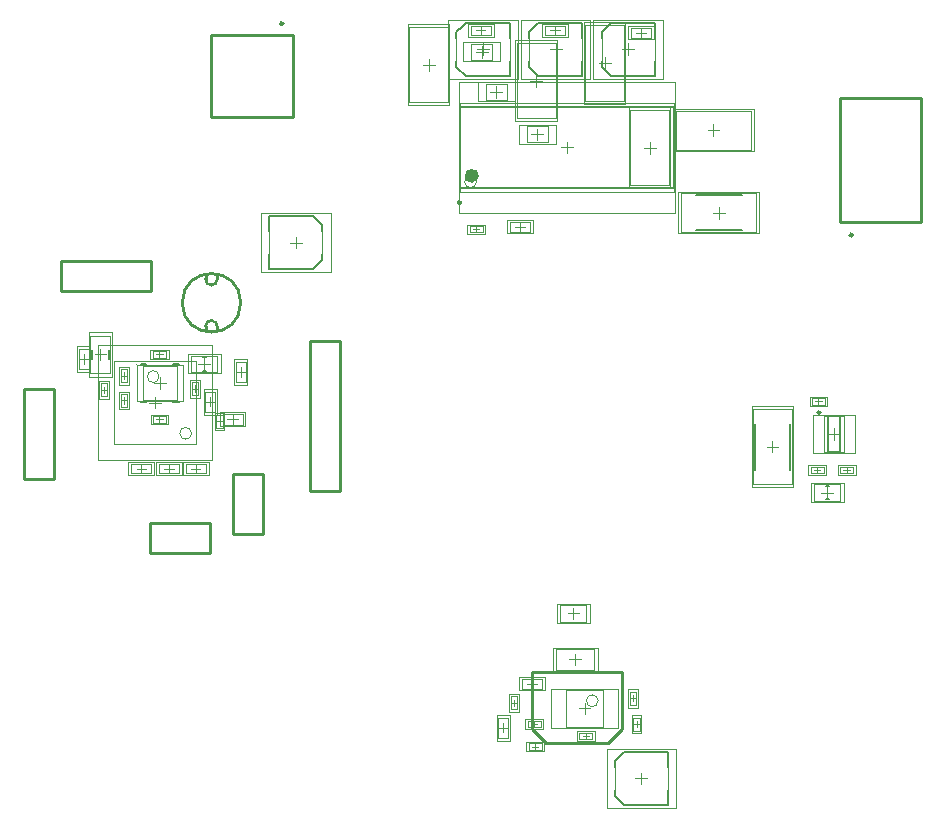
<source format=gto>
G04 Layer_Color=65535*
%FSLAX43Y43*%
%MOMM*%
G71*
G01*
G75*
%ADD27C,0.254*%
%ADD28C,0.100*%
%ADD29C,0.050*%
%ADD43C,0.250*%
%ADD44C,0.600*%
%ADD45C,0.200*%
D27*
X136287Y132250D02*
G03*
X136287Y132250I-127J0D01*
G01*
X88067Y150145D02*
G03*
X88067Y150145I-127J0D01*
G01*
X82500Y124500D02*
G03*
X81500Y124500I-500J0D01*
G01*
Y128500D02*
G03*
X82500Y128500I500J0D01*
G01*
X84476Y126500D02*
G03*
X84476Y126500I-2476J0D01*
G01*
X116750Y90427D02*
Y95227D01*
X109150Y90427D02*
Y95227D01*
X116750D01*
X115550Y89227D02*
X116750Y90427D01*
X110350Y89227D02*
X115550D01*
X109150Y90427D02*
X110350Y89227D01*
X142100Y133350D02*
Y143850D01*
X135200D02*
X142100D01*
X135200Y133350D02*
Y143850D01*
Y133350D02*
X142100D01*
X82000Y142200D02*
X88900D01*
X82000Y149200D02*
X88900D01*
Y142200D02*
Y149200D01*
X82000Y142200D02*
Y149200D01*
X81840Y105330D02*
Y107870D01*
X76760D02*
X81840D01*
X76760Y105330D02*
Y107870D01*
Y105330D02*
X81840D01*
X86370Y106960D02*
Y112040D01*
X83830Y106960D02*
X86370D01*
X83830Y112040D02*
X86370D01*
X83830Y106960D02*
Y112040D01*
X92870Y110550D02*
Y123250D01*
X90330D02*
X92870D01*
X90330Y110550D02*
X92870D01*
X90330D02*
Y123250D01*
X66130Y111590D02*
X68670D01*
Y119210D01*
X66130D02*
X68670D01*
X66130Y111590D02*
Y119210D01*
X76910Y127530D02*
Y130070D01*
X69290D02*
X76910D01*
X69290Y127530D02*
Y130070D01*
Y127530D02*
X76910D01*
X81500Y124100D02*
Y124500D01*
Y128500D02*
Y128900D01*
X82500Y124100D02*
Y124500D01*
Y128500D02*
Y128900D01*
D28*
X75662Y121300D02*
G03*
X75662Y121300I-50J0D01*
G01*
X77562Y120250D02*
G03*
X77562Y120250I-500J0D01*
G01*
X104438Y136754D02*
G03*
X104438Y136754I-500J0D01*
G01*
X80313Y115454D02*
G03*
X80313Y115454I-500J0D01*
G01*
X114738Y92804D02*
G03*
X114738Y92804I-500J0D01*
G01*
X76162Y118250D02*
X79062D01*
X76162Y121150D02*
X79062D01*
Y118250D02*
Y121150D01*
X76162Y118250D02*
Y121150D01*
X74325Y119777D02*
X74875D01*
X74325Y120877D02*
X74875D01*
Y119777D02*
Y120877D01*
X74325Y119777D02*
Y120877D01*
X72625Y118577D02*
X73175D01*
X72625Y119677D02*
X73175D01*
Y118577D02*
Y119677D01*
X72625Y118577D02*
Y119677D01*
X74325Y118777D02*
X74875D01*
X74325Y117677D02*
X74875D01*
X74325D02*
Y118777D01*
X74875Y117677D02*
Y118777D01*
X80325Y118677D02*
X80875D01*
Y119777D01*
X80325Y118677D02*
Y119777D01*
X80875D01*
X78150Y116352D02*
Y116902D01*
X77050D02*
X78150D01*
X77050Y116352D02*
X78150D01*
X77050D02*
Y116902D01*
X84650Y116152D02*
Y117102D01*
X82950D02*
X84650D01*
X82950Y116152D02*
X84650D01*
X82950D02*
Y117102D01*
X71750Y120527D02*
X73450D01*
X71750Y123727D02*
X73450D01*
X71750Y120527D02*
Y123727D01*
X73450Y120527D02*
Y123727D01*
X78150Y121852D02*
Y122402D01*
X77050Y121852D02*
Y122402D01*
Y121852D02*
X78150D01*
X77050Y122402D02*
X78150D01*
X81495Y118977D02*
X82305D01*
X81495Y117277D02*
X82305D01*
Y118977D01*
X81495Y117277D02*
Y118977D01*
X82500Y120627D02*
Y122027D01*
X80300Y120627D02*
X82500D01*
X80300D02*
Y122027D01*
X82500D01*
X84095Y119777D02*
X84905D01*
X84095Y121477D02*
X84905D01*
X84095Y119777D02*
Y121477D01*
X84905Y119777D02*
Y121477D01*
X133050Y109727D02*
X135250D01*
X133050Y111127D02*
X135250D01*
Y109727D02*
Y111127D01*
X133050Y109727D02*
Y111127D01*
X115813Y150204D02*
X119538D01*
Y145704D02*
Y150204D01*
X115813Y145704D02*
X119538D01*
X115038Y149429D02*
X115813Y150204D01*
X115038Y146479D02*
Y149429D01*
Y146479D02*
X115813Y145704D01*
X108888Y146479D02*
Y149429D01*
Y146479D02*
X109663Y145704D01*
X113388D01*
Y150204D01*
X109663D02*
X113388D01*
X108888Y149429D02*
X109663Y150204D01*
X103513D02*
X107238D01*
Y145704D02*
Y150204D01*
X103513Y145704D02*
X107238D01*
X102738Y149429D02*
X103513Y150204D01*
X102738Y146479D02*
Y149429D01*
Y146479D02*
X103513Y145704D01*
X90625Y129350D02*
X91400Y130125D01*
Y133075D01*
X86900Y129350D02*
X90625D01*
Y133850D02*
X91400Y133075D01*
X86900Y133850D02*
X90625D01*
X86900Y129350D02*
Y133850D01*
X108950Y132522D02*
Y133332D01*
X107250Y132522D02*
Y133332D01*
Y132522D02*
X108950D01*
X107250Y133332D02*
X108950D01*
X116150Y87702D02*
X116925Y88477D01*
X116150Y84752D02*
Y87702D01*
X116925Y88477D02*
X120650D01*
Y83977D02*
Y88477D01*
X116150Y84752D02*
X116925Y83977D01*
X120650D01*
X136338Y112079D02*
Y112629D01*
X135238D02*
X136338D01*
X135238Y112079D02*
X136338D01*
X135238D02*
Y112629D01*
X133938Y117879D02*
Y118429D01*
X132838D02*
X133938D01*
X132838Y117879D02*
X133938D01*
X132838D02*
Y118429D01*
X133838Y112079D02*
Y112629D01*
X132738D02*
X133838D01*
X132738Y112079D02*
X133838D01*
X132738D02*
Y112629D01*
X127850Y111147D02*
X131150D01*
Y117507D01*
X127850Y111147D02*
Y117507D01*
X131150D01*
X121770Y132477D02*
Y135777D01*
X128130Y132477D02*
Y135777D01*
X121770D02*
X128130D01*
X121770Y132477D02*
X128130D01*
X103850Y132452D02*
Y133002D01*
X104950Y132452D02*
Y133002D01*
X103850D02*
X104950D01*
X103850Y132452D02*
X104950D01*
X133838Y113904D02*
X135588D01*
Y116904D01*
X133838D02*
X135588D01*
X133838Y113904D02*
Y116904D01*
X121138Y135854D02*
Y143454D01*
X103038D02*
X121138D01*
X103038Y135854D02*
X121138D01*
X103038D02*
Y143454D01*
X127680Y139477D02*
Y142777D01*
X121320D02*
X127680D01*
X121320Y139477D02*
Y142777D01*
Y139477D02*
X127680D01*
X119213Y148949D02*
Y149759D01*
X117513Y148949D02*
X119213D01*
X117513Y149759D02*
X119213D01*
X117513Y148949D02*
Y149759D01*
X111938Y149149D02*
Y149959D01*
X110238Y149149D02*
X111938D01*
X110238Y149959D02*
X111938D01*
X110238Y149149D02*
Y149959D01*
X105638Y149149D02*
Y149959D01*
X103938Y149149D02*
X105638D01*
X103938Y149959D02*
X105638D01*
X103938Y149149D02*
Y149959D01*
X106295Y89677D02*
Y91377D01*
Y89677D02*
X107105D01*
X106295Y91377D02*
X107105D01*
Y89677D02*
Y91377D01*
X109860Y90552D02*
Y91102D01*
X108760Y90552D02*
Y91102D01*
X109860D01*
X108760Y90552D02*
X109860D01*
X70795Y120877D02*
Y122577D01*
Y120877D02*
X71605D01*
X70795Y122577D02*
X71605D01*
Y120877D02*
Y122577D01*
X81513Y112049D02*
Y112859D01*
X79813Y112049D02*
X81513D01*
X79813Y112859D02*
X81513D01*
X79813Y112049D02*
Y112859D01*
X117975Y92477D02*
Y93577D01*
X117425D02*
X117975D01*
X117425Y92477D02*
X117975D01*
X117425D02*
Y93577D01*
X76913Y112049D02*
Y112859D01*
X75213Y112049D02*
X76913D01*
X75213Y112859D02*
X76913D01*
X75213Y112049D02*
Y112859D01*
X79238Y112049D02*
Y112859D01*
X77538Y112049D02*
X79238D01*
X77538Y112859D02*
X79238D01*
X77538Y112049D02*
Y112859D01*
X108275Y93822D02*
Y94632D01*
X109975Y93822D02*
Y94632D01*
X108275D02*
X109975D01*
X108275Y93822D02*
X109975D01*
X113750Y99500D02*
Y100900D01*
X111550D02*
X113750D01*
X111550Y99500D02*
Y100900D01*
Y99500D02*
X113750D01*
X114400Y95450D02*
Y97150D01*
X111200D02*
X114400D01*
X111200Y95450D02*
Y97150D01*
Y95450D02*
X114400D01*
X103988Y148429D02*
X105788D01*
X103988Y147079D02*
X105788D01*
Y148429D01*
X103988Y147079D02*
Y148429D01*
X105213Y145029D02*
X107013D01*
Y143679D02*
Y145029D01*
X105213Y143679D02*
Y145029D01*
Y143679D02*
X107013D01*
X108688Y141429D02*
X110488D01*
Y140079D02*
Y141429D01*
X108688Y140079D02*
Y141429D01*
Y140079D02*
X110488D01*
X98738Y143474D02*
X102038D01*
X98738Y149834D02*
X102038D01*
Y143474D02*
Y149834D01*
X98738Y143474D02*
Y149834D01*
X107838Y148484D02*
X111138D01*
Y142124D02*
Y148484D01*
X107838Y142124D02*
Y148484D01*
Y142124D02*
X111138D01*
X113638Y149984D02*
X116938D01*
Y143624D02*
Y149984D01*
X113638Y143624D02*
Y149984D01*
Y143624D02*
X116938D01*
X117450Y136447D02*
X120750D01*
Y142807D01*
X117450Y136447D02*
Y142807D01*
X120750D01*
X82413Y117004D02*
X82963D01*
X82413Y115904D02*
X82963D01*
Y117004D01*
X82413Y115904D02*
Y117004D01*
X114250Y89552D02*
Y90102D01*
X113150Y89552D02*
X114250D01*
X113150Y90102D02*
X114250D01*
X113150Y89552D02*
Y90102D01*
X109950Y88652D02*
Y89202D01*
X108850Y88652D02*
X109950D01*
X108850Y89202D02*
X109950D01*
X108850Y88652D02*
Y89202D01*
X118275Y90277D02*
Y91377D01*
X117725D02*
X118275D01*
X117725Y90277D02*
X118275D01*
X117725D02*
Y91377D01*
X107875Y92077D02*
Y93177D01*
X107325D02*
X107875D01*
X107325Y92077D02*
X107875D01*
X107325D02*
Y93177D01*
X80713Y114554D02*
Y121554D01*
X73713D02*
X80713D01*
X73713Y114554D02*
X80713D01*
X73713D02*
Y121554D01*
X115138Y90604D02*
Y93704D01*
X112038D02*
X115138D01*
X112038Y90604D02*
X115138D01*
X112038D02*
Y93704D01*
X77612Y119200D02*
Y120200D01*
X77112Y119700D02*
X78112D01*
X74325Y120327D02*
X74875D01*
X74600Y120052D02*
Y120602D01*
X72625Y119127D02*
X73175D01*
X72900Y118852D02*
Y119402D01*
X74325Y118227D02*
X74875D01*
X74600Y117952D02*
Y118502D01*
X80325Y119227D02*
X80875D01*
X80600Y118952D02*
Y119502D01*
X77600Y116352D02*
Y116902D01*
X77325Y116627D02*
X77875D01*
X83800Y116152D02*
Y117102D01*
X83325Y116627D02*
X84275D01*
X72600Y121627D02*
Y122627D01*
X72100Y122127D02*
X73100D01*
X77600Y121852D02*
Y122402D01*
X77325Y122127D02*
X77875D01*
X81900Y117722D02*
Y118532D01*
X81495Y118127D02*
X82305D01*
X80900Y121327D02*
X81900D01*
X81400Y120827D02*
Y121827D01*
X84500Y120222D02*
Y121032D01*
X84095Y120627D02*
X84905D01*
X134150Y109927D02*
Y110927D01*
X133650Y110427D02*
X134650D01*
X117288Y147454D02*
Y148454D01*
X116788Y147954D02*
X117788D01*
X111138Y147454D02*
Y148454D01*
X110638Y147954D02*
X111638D01*
X104988Y147454D02*
Y148454D01*
X104488Y147954D02*
X105488D01*
X89150Y131100D02*
Y132100D01*
X88650Y131600D02*
X89650D01*
X107695Y132927D02*
X108505D01*
X108100Y132522D02*
Y133332D01*
X118400Y85727D02*
Y86727D01*
X117900Y86227D02*
X118900D01*
X135513Y112354D02*
X136063D01*
X135788Y112079D02*
Y112629D01*
X133113Y118154D02*
X133663D01*
X133388Y117879D02*
Y118429D01*
X133013Y112354D02*
X133563D01*
X133288Y112079D02*
Y112629D01*
X129000Y114327D02*
X130000D01*
X129500Y113827D02*
Y114827D01*
X124450Y134127D02*
X125450D01*
X124950Y133627D02*
Y134627D01*
X104400Y132452D02*
Y133002D01*
X104125Y132727D02*
X104675D01*
X134713Y114904D02*
Y115904D01*
X134213Y115404D02*
X135213D01*
X111588Y139654D02*
X112588D01*
X112088Y139154D02*
Y140154D01*
X124500Y140627D02*
Y141627D01*
X124000Y141127D02*
X125000D01*
X118363Y148949D02*
Y149759D01*
X117958Y149354D02*
X118768D01*
X111088Y149149D02*
Y149959D01*
X110683Y149554D02*
X111493D01*
X104788Y149149D02*
Y149959D01*
X104383Y149554D02*
X105193D01*
X106700Y90122D02*
Y90932D01*
X106295Y90527D02*
X107105D01*
X109310Y90552D02*
Y91102D01*
X109035Y90827D02*
X109585D01*
X71200Y121322D02*
Y122132D01*
X70795Y121727D02*
X71605D01*
X80663Y112049D02*
Y112859D01*
X80258Y112454D02*
X81068D01*
X117700Y92752D02*
Y93302D01*
X117425Y93027D02*
X117975D01*
X76063Y112049D02*
Y112859D01*
X75658Y112454D02*
X76468D01*
X78388Y112049D02*
Y112859D01*
X77983Y112454D02*
X78793D01*
X109125Y93822D02*
Y94632D01*
X108720Y94227D02*
X109530D01*
X112150Y100200D02*
X113150D01*
X112650Y99700D02*
Y100700D01*
X112300Y96300D02*
X113300D01*
X112800Y95800D02*
Y96800D01*
X104388Y147754D02*
X105388D01*
X104888Y147254D02*
Y148254D01*
X106113Y143854D02*
Y144854D01*
X105613Y144354D02*
X106613D01*
X109588Y140254D02*
Y141254D01*
X109088Y140754D02*
X110088D01*
X100388Y146154D02*
Y147154D01*
X99888Y146654D02*
X100888D01*
X109488Y144804D02*
Y145804D01*
X108988Y145304D02*
X109988D01*
X115288Y146304D02*
Y147304D01*
X114788Y146804D02*
X115788D01*
X118600Y139627D02*
X119600D01*
X119100Y139127D02*
Y140127D01*
X82413Y116454D02*
X82963D01*
X82688Y116179D02*
Y116729D01*
X113700Y89552D02*
Y90102D01*
X113425Y89827D02*
X113975D01*
X109400Y88652D02*
Y89202D01*
X109125Y88927D02*
X109675D01*
X118000Y90552D02*
Y91102D01*
X117725Y90827D02*
X118275D01*
X107600Y92352D02*
Y92902D01*
X107325Y92627D02*
X107875D01*
X77213Y117554D02*
Y118554D01*
X76713Y118054D02*
X77713D01*
X113088Y92154D02*
X114088D01*
X113588Y91654D02*
Y92654D01*
D29*
X75657Y118150D02*
X79567D01*
X75657Y121250D02*
X79567D01*
Y118150D02*
Y121250D01*
X75657Y118150D02*
Y121250D01*
X75000Y119577D02*
Y121077D01*
X74200Y119577D02*
X75000D01*
X74200Y121077D02*
X75000D01*
X74200Y119577D02*
Y121077D01*
X73300Y118377D02*
Y119877D01*
X72500Y118377D02*
X73300D01*
X72500Y119877D02*
X73300D01*
X72500Y118377D02*
Y119877D01*
X74200Y117477D02*
Y118977D01*
X75000D01*
X74200Y117477D02*
X75000D01*
Y118977D01*
X80200Y118477D02*
X81000D01*
X80200D02*
Y119977D01*
X81000Y118477D02*
Y119977D01*
X80200D02*
X81000D01*
X78350Y116227D02*
Y117027D01*
X76850Y116227D02*
X78350D01*
X76850Y117027D02*
X78350D01*
X76850Y116227D02*
Y117027D01*
X84850Y116027D02*
Y117227D01*
X82750Y116027D02*
X84850D01*
X82750Y117227D02*
X84850D01*
X82750Y116027D02*
Y117227D01*
X71650Y120227D02*
X73550D01*
X71650Y124027D02*
X73550D01*
X71650Y120227D02*
Y124027D01*
X73550Y120227D02*
Y124027D01*
X78400Y121727D02*
Y122527D01*
X76800Y121727D02*
X78400D01*
X76800Y122527D02*
X78400D01*
X76800Y121727D02*
Y122527D01*
X81350Y119227D02*
X82450D01*
X81350Y117027D02*
X82450D01*
Y119227D01*
X81350Y117027D02*
Y119227D01*
X82800Y120527D02*
Y122127D01*
X80000Y120527D02*
X82800D01*
X80000Y122127D02*
X82800D01*
X80000Y120527D02*
Y122127D01*
X83950Y119527D02*
X85050D01*
X83950Y121727D02*
X85050D01*
X83950Y119527D02*
Y121727D01*
X85050Y119527D02*
Y121727D01*
X132750Y109627D02*
X135550D01*
X132750Y111227D02*
X135550D01*
Y109627D02*
Y111227D01*
X132750Y109627D02*
Y111227D01*
X120238Y145454D02*
Y150454D01*
X114338D02*
X120238D01*
X114338Y145454D02*
X120238D01*
X114338D02*
Y150454D01*
X108188Y145454D02*
X114088D01*
X108188Y150454D02*
X114088D01*
Y145454D02*
Y150454D01*
X108188Y145454D02*
Y150454D01*
X107938Y145454D02*
Y150454D01*
X102038D02*
X107938D01*
X102038Y145454D02*
X107938D01*
X102038D02*
Y150454D01*
X86200Y129100D02*
X92100D01*
Y134100D01*
X86200Y129100D02*
Y134100D01*
X92100D01*
X109200Y132377D02*
Y133477D01*
X107000Y132377D02*
Y133477D01*
Y132377D02*
X109200D01*
X107000Y133477D02*
X109200D01*
X115450Y88727D02*
X121350D01*
X115450Y83727D02*
Y88727D01*
X121350Y83727D02*
Y88727D01*
X115450Y83727D02*
X121350D01*
X136538Y111954D02*
Y112754D01*
X135038D02*
X136538D01*
X135038Y111954D02*
X136538D01*
X135038D02*
Y112754D01*
X134138Y117754D02*
Y118554D01*
X132638D02*
X134138D01*
X132638Y117754D02*
X134138D01*
X132638D02*
Y118554D01*
X134038Y111954D02*
Y112754D01*
X132538D02*
X134038D01*
X132538Y111954D02*
X134038D01*
X132538D02*
Y112754D01*
X131250Y110877D02*
Y117777D01*
X127750D02*
X131250D01*
X127750Y110877D02*
X131250D01*
X127750D02*
Y117777D01*
X121500Y132377D02*
Y135877D01*
X128400Y132377D02*
Y135877D01*
X121500D02*
X128400D01*
X121500Y132377D02*
X128400D01*
X103650Y133127D02*
X105150D01*
X103650Y132327D02*
Y133127D01*
X105150Y132327D02*
Y133127D01*
X103650Y132327D02*
X105150D01*
X136463Y113804D02*
Y117004D01*
X132963D02*
X136463D01*
X132963Y113804D02*
X136463D01*
X132963D02*
Y117004D01*
X121238Y134079D02*
Y145229D01*
X102938D02*
X121238D01*
X102938Y134079D02*
X121238D01*
X102938D02*
Y145229D01*
X127950Y139377D02*
Y142877D01*
X121050D02*
X127950D01*
X121050Y139377D02*
X127950D01*
X121050D02*
Y142877D01*
X119463Y148804D02*
Y149904D01*
X117263D02*
X119463D01*
X117263Y148804D02*
X119463D01*
X117263D02*
Y149904D01*
X112188Y149004D02*
Y150104D01*
X109988D02*
X112188D01*
X109988Y149004D02*
X112188D01*
X109988D02*
Y150104D01*
X105888Y149004D02*
Y150104D01*
X103688D02*
X105888D01*
X103688Y149004D02*
X105888D01*
X103688D02*
Y150104D01*
X106150Y89427D02*
Y91627D01*
Y89427D02*
X107250D01*
X106150Y91627D02*
X107250D01*
Y89427D02*
Y91627D01*
X110110Y90427D02*
Y91227D01*
X108510D02*
X110110D01*
X108510Y90427D02*
X110110D01*
X108510D02*
Y91227D01*
X70650Y120627D02*
Y122827D01*
Y120627D02*
X71750D01*
X70650Y122827D02*
X71750D01*
Y120627D02*
Y122827D01*
X81763Y111904D02*
Y113004D01*
X79563D02*
X81763D01*
X79563Y111904D02*
X81763D01*
X79563D02*
Y113004D01*
X118100Y92227D02*
Y93827D01*
X117300D02*
X118100D01*
X117300Y92227D02*
X118100D01*
X117300D02*
Y93827D01*
X77163Y111904D02*
Y113004D01*
X74963D02*
X77163D01*
X74963Y111904D02*
X77163D01*
X74963D02*
Y113004D01*
X79488Y111904D02*
Y113004D01*
X77288D02*
X79488D01*
X77288Y111904D02*
X79488D01*
X77288D02*
Y113004D01*
X108025Y94777D02*
X110225D01*
X108025Y93677D02*
Y94777D01*
X110225Y93677D02*
Y94777D01*
X108025Y93677D02*
X110225D01*
X114050Y99400D02*
Y101000D01*
X111250D02*
X114050D01*
X111250Y99400D02*
X114050D01*
X111250D02*
Y101000D01*
X114700Y95350D02*
Y97250D01*
X110900D02*
X114700D01*
X110900Y95350D02*
X114700D01*
X110900D02*
Y97250D01*
X106438Y146954D02*
Y148554D01*
X103338D02*
X106438D01*
X103338Y146954D02*
X106438D01*
X103338D02*
Y148554D01*
X107663Y143554D02*
Y145154D01*
X104563D02*
X107663D01*
X104563Y143554D02*
X107663D01*
X104563D02*
Y145154D01*
X111138Y139954D02*
Y141554D01*
X108038D02*
X111138D01*
X108038Y139954D02*
X111138D01*
X108038D02*
Y141554D01*
X98638Y143204D02*
X102138D01*
X98638Y150104D02*
X102138D01*
Y143204D02*
Y150104D01*
X98638Y143204D02*
Y150104D01*
X111238Y141854D02*
Y148754D01*
X107738D02*
X111238D01*
X107738Y141854D02*
X111238D01*
X107738D02*
Y148754D01*
X117038Y143354D02*
Y150254D01*
X113538D02*
X117038D01*
X113538Y143354D02*
X117038D01*
X113538D02*
Y150254D01*
X120850Y136177D02*
Y143077D01*
X117350D02*
X120850D01*
X117350Y136177D02*
X120850D01*
X117350D02*
Y143077D01*
X83088Y115704D02*
Y117204D01*
X82288D02*
X83088D01*
X82288Y115704D02*
X83088D01*
X82288D02*
Y117204D01*
X114450Y89427D02*
Y90227D01*
X112950D02*
X114450D01*
X112950Y89427D02*
X114450D01*
X112950D02*
Y90227D01*
X110150Y88527D02*
Y89327D01*
X108650D02*
X110150D01*
X108650Y88527D02*
X110150D01*
X108650D02*
Y89327D01*
X118400Y90077D02*
Y91577D01*
X117600D02*
X118400D01*
X117600Y90077D02*
X118400D01*
X117600D02*
Y91577D01*
X108000Y91877D02*
Y93377D01*
X107200D02*
X108000D01*
X107200Y91877D02*
X108000D01*
X107200D02*
Y93377D01*
X82063Y113204D02*
Y122904D01*
X72363D02*
X82063D01*
X72363Y113204D02*
X82063D01*
X72363D02*
Y122904D01*
X116388Y90504D02*
Y93804D01*
X110788D02*
X116388D01*
X110788Y90504D02*
X116388D01*
X110788D02*
Y93804D01*
D43*
X133563Y117204D02*
G03*
X133563Y117204I-125J0D01*
G01*
X103133Y135004D02*
G03*
X103133Y135004I-125J0D01*
G01*
D44*
X104338Y137254D02*
G03*
X104338Y137254I-300J0D01*
G01*
D45*
X78757Y118100D02*
X79212D01*
X76012D02*
X76467D01*
X78757Y121300D02*
X79212D01*
X76012D02*
X76467D01*
X79212Y118100D02*
Y118175D01*
Y121225D02*
Y121300D01*
X76012Y118100D02*
Y118175D01*
Y121225D02*
Y121300D01*
X71875Y121777D02*
Y122477D01*
X73325Y121777D02*
Y122477D01*
X81300Y120752D02*
X81500D01*
X81300Y121902D02*
X81500D01*
X134050Y109852D02*
X134250D01*
X134050Y111002D02*
X134250D01*
X119538Y148954D02*
Y150204D01*
X115813D02*
X119538D01*
Y145704D02*
Y146954D01*
X115813Y145704D02*
X119538D01*
X115038Y149429D02*
X115813Y150204D01*
X115038Y148954D02*
Y149429D01*
Y146479D02*
X115813Y145704D01*
X115038Y146479D02*
Y146954D01*
X109663Y145704D02*
X113388D01*
Y146954D01*
Y148954D02*
Y150204D01*
X109663D02*
X113388D01*
X108888Y146479D02*
Y146954D01*
Y146479D02*
X109663Y145704D01*
X108888Y149429D02*
X109663Y150204D01*
X108888Y148954D02*
Y149429D01*
X107238Y148954D02*
Y150204D01*
X103513D02*
X107238D01*
Y145704D02*
Y146954D01*
X103513Y145704D02*
X107238D01*
X102738Y149429D02*
X103513Y150204D01*
X102738Y148954D02*
Y149429D01*
Y146479D02*
X103513Y145704D01*
X102738Y146479D02*
Y146954D01*
X90625Y129350D02*
X91400Y130125D01*
Y130600D01*
X86900Y129350D02*
X90625D01*
X86900D02*
Y130600D01*
X91400Y132600D02*
Y133075D01*
X90625Y133850D02*
X91400Y133075D01*
X86900Y132600D02*
Y133850D01*
X90625D01*
X116150Y87702D02*
X116925Y88477D01*
X116150Y87227D02*
Y87702D01*
X116925Y88477D02*
X120650D01*
Y87227D02*
Y88477D01*
X116150Y84752D02*
Y85227D01*
Y84752D02*
X116925Y83977D01*
X120650D02*
Y85227D01*
X116925Y83977D02*
X120650D01*
X131000Y112377D02*
Y116277D01*
X128000Y112377D02*
Y116277D01*
X123000Y135627D02*
X126900D01*
X123000Y132627D02*
X126900D01*
X134213Y116904D02*
X135213D01*
Y113904D02*
Y116904D01*
X134213Y113904D02*
Y116904D01*
Y113904D02*
X135213D01*
X121138Y136254D02*
Y143054D01*
X103038D02*
X121138D01*
X103038Y136254D02*
X121138D01*
X103038D02*
Y143054D01*
M02*

</source>
